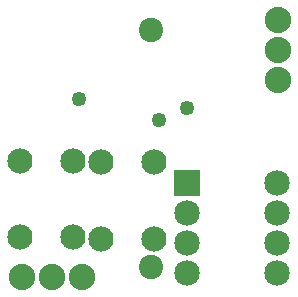
<source format=gbs>
G04 MADE WITH FRITZING*
G04 WWW.FRITZING.ORG*
G04 DOUBLE SIDED*
G04 HOLES PLATED*
G04 CONTOUR ON CENTER OF CONTOUR VECTOR*
%ASAXBY*%
%FSLAX23Y23*%
%MOIN*%
%OFA0B0*%
%SFA1.0B1.0*%
%ADD10C,0.081181*%
%ADD11C,0.085000*%
%ADD12C,0.088000*%
%ADD13C,0.084000*%
%ADD14C,0.049370*%
%ADD15R,0.085000X0.085000*%
%LNMASK0*%
G90*
G70*
G54D10*
X495Y95D03*
X495Y882D03*
X495Y95D03*
X495Y882D03*
X495Y95D03*
X495Y882D03*
G54D11*
X614Y372D03*
X914Y372D03*
X614Y272D03*
X914Y272D03*
X614Y172D03*
X914Y172D03*
X614Y72D03*
X914Y72D03*
G54D12*
X917Y918D03*
X917Y818D03*
X917Y718D03*
X64Y61D03*
X164Y61D03*
X264Y61D03*
G54D13*
X235Y448D03*
X235Y192D03*
X57Y448D03*
X57Y192D03*
X506Y444D03*
X506Y188D03*
X328Y444D03*
X328Y188D03*
G54D14*
X615Y622D03*
X522Y582D03*
X256Y652D03*
G54D15*
X614Y372D03*
G04 End of Mask0*
M02*
</source>
